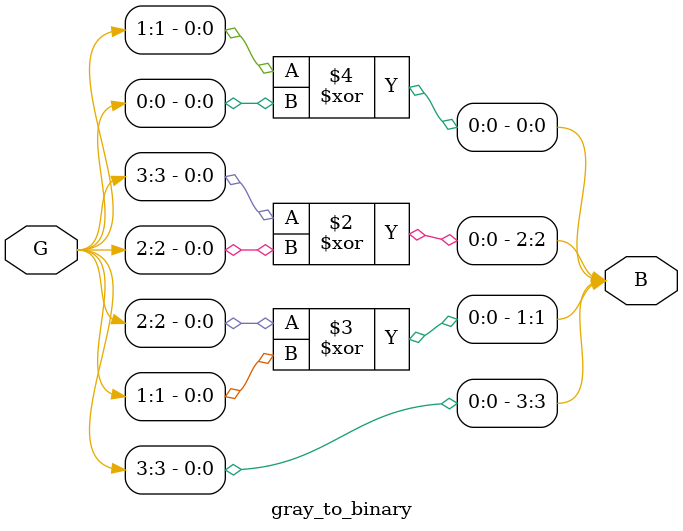
<source format=v>
module gray_to_binary (
    input [3:0] G,
    output reg [3:0] B
);

always @* begin
    B[3] = G[3];
    B[2] = G[3] ^ G[2];
    B[1] = G[2] ^ G[1];
    B[0] = G[1] ^ G[0];
end

endmodule
</source>
